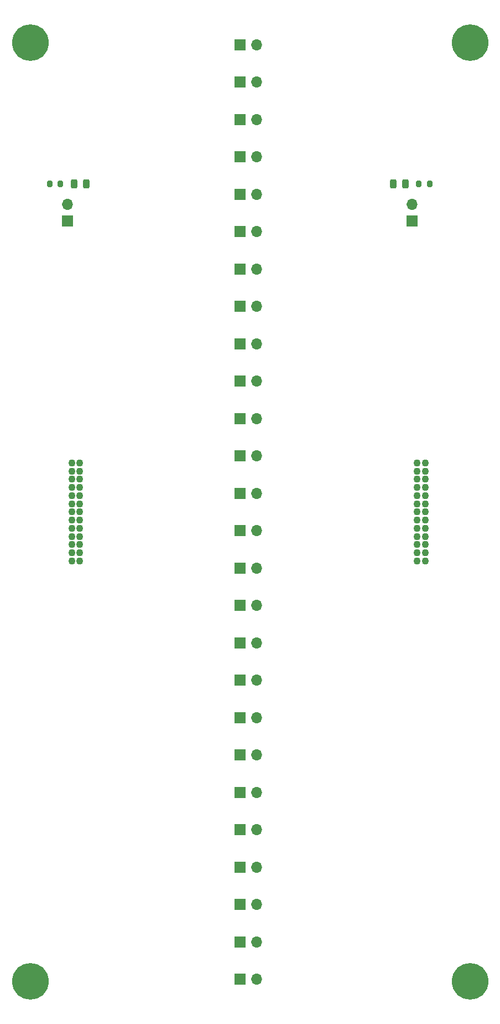
<source format=gbr>
%TF.GenerationSoftware,KiCad,Pcbnew,(6.0.4-0)*%
%TF.CreationDate,2023-02-13T20:03:00-06:00*%
%TF.ProjectId,Gecko_Poker,4765636b-6f5f-4506-9f6b-65722e6b6963,rev?*%
%TF.SameCoordinates,Original*%
%TF.FileFunction,Soldermask,Top*%
%TF.FilePolarity,Negative*%
%FSLAX46Y46*%
G04 Gerber Fmt 4.6, Leading zero omitted, Abs format (unit mm)*
G04 Created by KiCad (PCBNEW (6.0.4-0)) date 2023-02-13 20:03:00*
%MOMM*%
%LPD*%
G01*
G04 APERTURE LIST*
G04 Aperture macros list*
%AMRoundRect*
0 Rectangle with rounded corners*
0 $1 Rounding radius*
0 $2 $3 $4 $5 $6 $7 $8 $9 X,Y pos of 4 corners*
0 Add a 4 corners polygon primitive as box body*
4,1,4,$2,$3,$4,$5,$6,$7,$8,$9,$2,$3,0*
0 Add four circle primitives for the rounded corners*
1,1,$1+$1,$2,$3*
1,1,$1+$1,$4,$5*
1,1,$1+$1,$6,$7*
1,1,$1+$1,$8,$9*
0 Add four rect primitives between the rounded corners*
20,1,$1+$1,$2,$3,$4,$5,0*
20,1,$1+$1,$4,$5,$6,$7,0*
20,1,$1+$1,$6,$7,$8,$9,0*
20,1,$1+$1,$8,$9,$2,$3,0*%
G04 Aperture macros list end*
%ADD10RoundRect,0.200000X0.200000X0.275000X-0.200000X0.275000X-0.200000X-0.275000X0.200000X-0.275000X0*%
%ADD11RoundRect,0.200000X-0.200000X-0.275000X0.200000X-0.275000X0.200000X0.275000X-0.200000X0.275000X0*%
%ADD12R,1.700000X1.700000*%
%ADD13O,1.700000X1.700000*%
%ADD14C,1.100000*%
%ADD15C,5.600000*%
%ADD16C,3.600000*%
%ADD17RoundRect,0.243750X0.243750X0.456250X-0.243750X0.456250X-0.243750X-0.456250X0.243750X-0.456250X0*%
%ADD18RoundRect,0.243750X-0.243750X-0.456250X0.243750X-0.456250X0.243750X0.456250X-0.243750X0.456250X0*%
G04 APERTURE END LIST*
D10*
%TO.C,RB1*%
X106870000Y-54610000D03*
X105220000Y-54610000D03*
%TD*%
D11*
%TO.C,RA1*%
X48705000Y-54610000D03*
X50355000Y-54610000D03*
%TD*%
D12*
%TO.C,J20*%
X77825000Y-67627500D03*
D13*
X80365000Y-67627500D03*
%TD*%
D12*
%TO.C,J11*%
X77825000Y-119062500D03*
D13*
X80365000Y-119062500D03*
%TD*%
D12*
%TO.C,J15*%
X77825000Y-96202500D03*
D13*
X80365000Y-96202500D03*
%TD*%
D14*
%TO.C,JB1*%
X104922500Y-97275000D03*
X104922500Y-98525000D03*
X104922500Y-99775000D03*
X104922500Y-101025000D03*
X104922500Y-102275000D03*
X104922500Y-103525000D03*
X104922500Y-104775000D03*
X104922500Y-106025000D03*
X104922500Y-107275000D03*
X104922500Y-108525000D03*
X104922500Y-109775000D03*
X104922500Y-111025000D03*
X104922500Y-112275000D03*
X106172500Y-97275000D03*
X106172500Y-98525000D03*
X106172500Y-99775000D03*
X106172500Y-101025000D03*
X106172500Y-102275000D03*
X106172500Y-103525000D03*
X106172500Y-104775000D03*
X106172500Y-106025000D03*
X106172500Y-107275000D03*
X106172500Y-108525000D03*
X106172500Y-109775000D03*
X106172500Y-111025000D03*
X106172500Y-112275000D03*
%TD*%
D12*
%TO.C,J2*%
X77845500Y-170497500D03*
D13*
X80385500Y-170497500D03*
%TD*%
D15*
%TO.C,REF\u002A\u002A*%
X113030000Y-176530000D03*
D16*
X113030000Y-176530000D03*
%TD*%
D12*
%TO.C,J13*%
X77825000Y-107632500D03*
D13*
X80365000Y-107632500D03*
%TD*%
D12*
%TO.C,J14*%
X77825000Y-101917500D03*
D13*
X80365000Y-101917500D03*
%TD*%
D12*
%TO.C,J23*%
X77825000Y-50482500D03*
D13*
X80365000Y-50482500D03*
%TD*%
D12*
%TO.C,J18*%
X77825000Y-79057500D03*
D13*
X80365000Y-79057500D03*
%TD*%
D17*
%TO.C,DA1*%
X54277500Y-54605000D03*
X52402500Y-54605000D03*
%TD*%
D12*
%TO.C,J22*%
X77825000Y-56197500D03*
D13*
X80365000Y-56197500D03*
%TD*%
D16*
%TO.C,REF\u002A\u002A*%
X45720000Y-33020000D03*
D15*
X45720000Y-33020000D03*
%TD*%
D12*
%TO.C,J24*%
X77825000Y-44767500D03*
D13*
X80365000Y-44767500D03*
%TD*%
D12*
%TO.C,J8*%
X77825000Y-136207500D03*
D13*
X80365000Y-136207500D03*
%TD*%
D12*
%TO.C,J3*%
X77845500Y-164782500D03*
D13*
X80385500Y-164782500D03*
%TD*%
D12*
%TO.C,J1*%
X77845500Y-176212500D03*
D13*
X80385500Y-176212500D03*
%TD*%
D18*
%TO.C,DB1*%
X101297500Y-54605000D03*
X103172500Y-54605000D03*
%TD*%
D12*
%TO.C,J16*%
X77825000Y-90487500D03*
D13*
X80365000Y-90487500D03*
%TD*%
D12*
%TO.C,J19*%
X77825000Y-73342500D03*
D13*
X80365000Y-73342500D03*
%TD*%
D12*
%TO.C,J25*%
X77825000Y-39052500D03*
D13*
X80365000Y-39052500D03*
%TD*%
D12*
%TO.C,J9*%
X77825000Y-130492500D03*
D13*
X80365000Y-130492500D03*
%TD*%
D12*
%TO.C,J27*%
X51435000Y-60325000D03*
D13*
X51435000Y-57785000D03*
%TD*%
D12*
%TO.C,J6*%
X77825000Y-147637500D03*
D13*
X80365000Y-147637500D03*
%TD*%
D12*
%TO.C,J28*%
X104140000Y-60325000D03*
D13*
X104140000Y-57785000D03*
%TD*%
D14*
%TO.C,JA1*%
X52070000Y-97275000D03*
X52070000Y-98525000D03*
X52070000Y-99775000D03*
X52070000Y-101025000D03*
X52070000Y-102275000D03*
X52070000Y-103525000D03*
X52070000Y-104775000D03*
X52070000Y-106025000D03*
X52070000Y-107275000D03*
X52070000Y-108525000D03*
X52070000Y-109775000D03*
X52070000Y-111025000D03*
X52070000Y-112275000D03*
X53320000Y-97275000D03*
X53320000Y-98525000D03*
X53320000Y-99775000D03*
X53320000Y-101025000D03*
X53320000Y-102275000D03*
X53320000Y-103525000D03*
X53320000Y-104775000D03*
X53320000Y-106025000D03*
X53320000Y-107275000D03*
X53320000Y-108525000D03*
X53320000Y-109775000D03*
X53320000Y-111025000D03*
X53320000Y-112275000D03*
%TD*%
D12*
%TO.C,J4*%
X77825000Y-159067500D03*
D13*
X80365000Y-159067500D03*
%TD*%
D12*
%TO.C,J26*%
X77825000Y-33337500D03*
D13*
X80365000Y-33337500D03*
%TD*%
D16*
%TO.C,REF\u002A\u002A*%
X45720000Y-176530000D03*
D15*
X45720000Y-176530000D03*
%TD*%
%TO.C,REF\u002A\u002A*%
X113030000Y-33020000D03*
D16*
X113030000Y-33020000D03*
%TD*%
D12*
%TO.C,J7*%
X77825000Y-141922500D03*
D13*
X80365000Y-141922500D03*
%TD*%
D12*
%TO.C,J5*%
X77825000Y-153352500D03*
D13*
X80365000Y-153352500D03*
%TD*%
D12*
%TO.C,J12*%
X77825000Y-113347500D03*
D13*
X80365000Y-113347500D03*
%TD*%
D12*
%TO.C,J17*%
X77825000Y-84772500D03*
D13*
X80365000Y-84772500D03*
%TD*%
D12*
%TO.C,J21*%
X77825000Y-61912500D03*
D13*
X80365000Y-61912500D03*
%TD*%
D12*
%TO.C,J10*%
X77825000Y-124777500D03*
D13*
X80365000Y-124777500D03*
%TD*%
M02*

</source>
